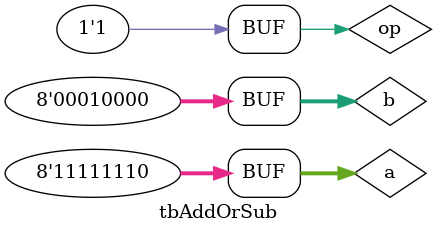
<source format=v>
module tbAddOrSub();
reg [7:0]a;
reg [7:0]b;
reg op;
wire [7:0]s;
initial
begin
a=8'b00000000;
b=8'b00000000;
op=1'b0;
end
initial
begin
#500
a[0] = 1;
a[1] = 1;
a[2] = 1;
a[3] = 1;
a[4] = 1;
a[5] = 1;
a[6] = 1;
a[7] = 1;

b[0] = 1;
b[1] = 1;
b[2] = 1;
b[3] = 1;
b[4] = 1;
b[5] = 1;
b[6] = 1;
b[7] = 1;
op=0;
#1000
a[0] = 0;
a[1] = 1;
a[2] = 1;
a[3] = 1;
a[4] = 1;
a[5] = 1;
a[6] = 1;
a[7] = 1;

b[0] = 0;
b[1] = 0;
b[2] = 0;
b[3] = 0;
b[4] = 1;
b[5] = 0;
b[6] = 0;
b[7] = 0;
op=1;
end
AddOrSub myAddOrSub(a,b,op,s);
endmodule
</source>
